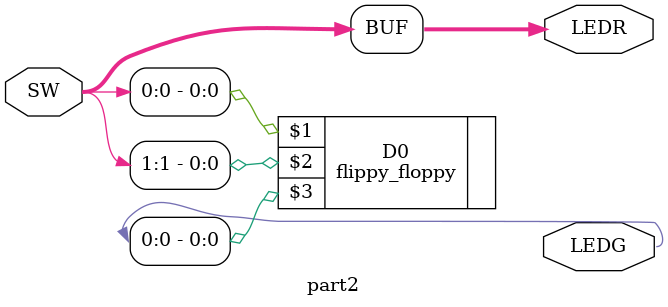
<source format=v>
module part2(SW,LEDR,LEDG);

	input[1:0]SW;
	output [1:0] LEDR, LEDG;
	
	assign LEDR = SW;
	
	wire Q;
	
	flippy_floppy D0 (SW[0],SW[1], LEDG[0]);
	
endmodule 

</source>
